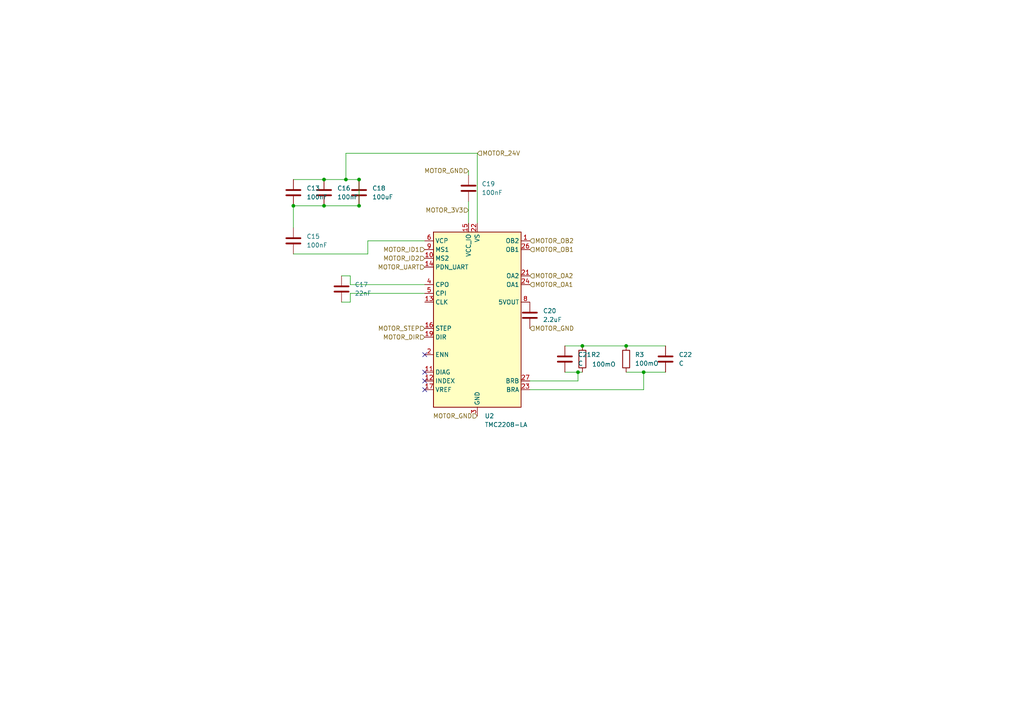
<source format=kicad_sch>
(kicad_sch (version 20250114) (generator "eeschema") (generator_version "9.0")
  (paper "A4")
  (lib_symbols
    (symbol "Device:C" (pin_numbers (hide yes)) (pin_names (offset 0.254))
      (property "Reference" "C" (at 0.635 2.54 0))
      (property "Value" "C" (at 0.635 -2.54 0))
      (symbol "C_0_1"
        (polyline (pts (xy -2.032 0.762) (xy 2.032 0.762)) (stroke (width 0.508)))
        (polyline (pts (xy -2.032 -0.762) (xy 2.032 -0.762)) (stroke (width 0.508)))
      )
      (symbol "C_1_1"
        (pin passive line (at 0 3.81 270) (length 2.794) (name "~") (number "1"))
        (pin passive line (at 0 -3.81 90) (length 2.794) (name "~") (number "2"))
      )
    )
    (symbol "Device:R" (pin_numbers (hide yes)) (pin_names (offset 0))
      (property "Reference" "R" (at 2.032 0 90))
      (property "Value" "R" (at 0 0 90))
      (symbol "R_0_1"
        (rectangle (start -1.016 -2.54) (end 1.016 2.54) (stroke (width 0.254)))
      )
      (symbol "R_1_1"
        (pin passive line (at 0 3.81 270) (length 1.27) (name "~") (number "1"))
        (pin passive line (at 0 -3.81 90) (length 1.27) (name "~") (number "2"))
      )
    )
    (symbol "Driver_Motor:TMC2208-LA"
      (property "Reference" "U" (at -12.7 -26.67 0))
      (property "Value" "TMC2208-LA" (at 7.62 -26.67 0))
      (symbol "TMC2208-LA_1_1"
        (rectangle (start -12.7 25.4) (end 12.7 -25.4) (stroke (width 0.254)) (fill (type background)))
        (pin passive line (at -15.24 22.86 0) (length 2.54) (name "VCP") (number "6"))
        (pin input line (at -15.24 20.32 0) (length 2.54) (name "MS1") (number "9"))
        (pin input line (at -15.24 17.78 0) (length 2.54) (name "MS2") (number "10"))
        (pin bidirectional line (at -15.24 15.24 0) (length 2.54) (name "PDN_UART") (number "14"))
        (pin passive line (at -15.24 10.16 0) (length 2.54) (name "CPO") (number "4"))
        (pin passive line (at -15.24 7.62 0) (length 2.54) (name "CPI") (number "5"))
        (pin input line (at -15.24 5.08 0) (length 2.54) (name "CLK") (number "13"))
        (pin input line (at -15.24 -2.54 0) (length 2.54) (name "STEP") (number "16"))
        (pin input line (at -15.24 -5.08 0) (length 2.54) (name "DIR") (number "19"))
        (pin input line (at -15.24 -10.16 0) (length 2.54) (name "ENN") (number "2"))
        (pin output line (at -15.24 -15.24 0) (length 2.54) (name "DIAG") (number "11"))
        (pin output line (at -15.24 -17.78 0) (length 2.54) (name "INDEX") (number "12"))
        (pin input line (at -15.24 -20.32 0) (length 2.54) (name "VREF") (number "17"))
        (pin power_in line (at -2.54 27.94 270) (length 2.54) (name "VCC_IO") (number "15"))
        (pin power_in line (at 0 27.94 270) (length 2.54) (name "VS") (number "22"))
        (pin passive line (at 0 27.94 270) (length 2.54) (hide yes) (name "VS") (number "28"))
        (pin passive line (at 0 -27.94 90) (length 2.54) (hide yes) (name "GND") (number "18"))
        (pin power_in line (at 0 -27.94 90) (length 2.54) (name "GND") (number "3"))
        (pin no_connect line (at 12.7 0 180) (length 2.54) (hide yes) (name "NC") (number "25"))
        (pin no_connect line (at 12.7 -2.54 180) (length 2.54) (hide yes) (name "NC") (number "20"))
        (pin no_connect line (at 12.7 -5.08 180) (length 2.54) (hide yes) (name "NC") (number "7"))
        (pin output line (at 15.24 22.86 180) (length 2.54) (name "OB2") (number "1"))
        (pin output line (at 15.24 20.32 180) (length 2.54) (name "OB1") (number "26"))
        (pin output line (at 15.24 12.7 180) (length 2.54) (name "OA2") (number "21"))
        (pin output line (at 15.24 10.16 180) (length 2.54) (name "OA1") (number "24"))
        (pin power_out line (at 15.24 5.08 180) (length 2.54) (name "5VOUT") (number "8"))
        (pin passive line (at 15.24 -17.78 180) (length 2.54) (name "BRB") (number "27"))
        (pin passive line (at 15.24 -20.32 180) (length 2.54) (name "BRA") (number "23"))
      )
    )
  )
  (junction (at 100.33 52.07))
  (junction (at 85.09 59.69))
  (junction (at 93.98 52.07))
  (junction (at 167.64 107.95))
  (junction (at 168.91 100.33))
  (junction (at 181.61 100.33))
  (junction (at 186.69 107.95))
  (junction (at 104.14 52.07))
  (junction (at 93.98 59.69))
  (junction (at 104.14 59.69))
  (no_connect (at 123.19 107.95))
  (no_connect (at 123.19 113.03))
  (no_connect (at 123.19 110.49))
  (no_connect (at 123.19 102.87))
  (wire (pts (xy 123.19 82.55) (xy 101.6 82.55)))
  (wire (pts (xy 100.33 52.07) (xy 100.33 44.45)))
  (wire (pts (xy 167.64 107.95) (xy 168.91 107.95)))
  (wire (pts (xy 93.98 59.69) (xy 104.14 59.69)))
  (wire (pts (xy 135.89 58.42) (xy 135.89 64.77)))
  (wire (pts (xy 163.83 100.33) (xy 168.91 100.33)))
  (wire (pts (xy 106.68 73.66) (xy 106.68 69.85)))
  (wire (pts (xy 167.64 107.95) (xy 167.64 110.49)))
  (wire (pts (xy 85.09 52.07) (xy 93.98 52.07)))
  (wire (pts (xy 181.61 107.95) (xy 186.69 107.95)))
  (wire (pts (xy 181.61 100.33) (xy 193.04 100.33)))
  (wire (pts (xy 186.69 113.03) (xy 186.69 107.95)))
  (wire (pts (xy 85.09 73.66) (xy 106.68 73.66)))
  (wire (pts (xy 85.09 59.69) (xy 85.09 66.04)))
  (wire (pts (xy 101.6 87.63) (xy 101.6 85.09)))
  (wire (pts (xy 104.14 52.07) (xy 104.14 59.69)))
  (wire (pts (xy 163.83 107.95) (xy 167.64 107.95)))
  (wire (pts (xy 101.6 85.09) (xy 123.19 85.09)))
  (wire (pts (xy 93.98 52.07) (xy 100.33 52.07)))
  (wire (pts (xy 100.33 44.45) (xy 138.43 44.45)))
  (wire (pts (xy 101.6 82.55) (xy 101.6 80.01)))
  (wire (pts (xy 100.33 52.07) (xy 104.14 52.07)))
  (wire (pts (xy 186.69 107.95) (xy 193.04 107.95)))
  (wire (pts (xy 168.91 100.33) (xy 181.61 100.33)))
  (wire (pts (xy 99.06 87.63) (xy 101.6 87.63)))
  (wire (pts (xy 167.64 110.49) (xy 153.67 110.49)))
  (wire (pts (xy 101.6 80.01) (xy 99.06 80.01)))
  (wire (pts (xy 135.89 49.53) (xy 135.89 50.8)))
  (wire (pts (xy 85.09 59.69) (xy 93.98 59.69)))
  (wire (pts (xy 153.67 113.03) (xy 186.69 113.03)))
  (wire (pts (xy 138.43 44.45) (xy 138.43 64.77)))
  (wire (pts (xy 106.68 69.85) (xy 123.19 69.85)))
  (hierarchical_label "MOTOR_ID1" (shape input) (at 123.19 72.39 180))
  (hierarchical_label "MOTOR_OB1" (shape input) (at 153.67 72.39 0))
  (hierarchical_label "MOTOR_GND" (shape input) (at 138.43 120.65 180))
  (hierarchical_label "MOTOR_3V3" (shape input) (at 135.89 60.96 180))
  (hierarchical_label "MOTOR_ID2" (shape input) (at 123.19 74.93 180))
  (hierarchical_label "MOTOR_OA1" (shape input) (at 153.67 82.55 0))
  (hierarchical_label "MOTOR_GND" (shape input) (at 153.67 95.25 0))
  (hierarchical_label "MOTOR_UART" (shape input) (at 123.19 77.47 180))
  (hierarchical_label "MOTOR_24V" (shape input) (at 138.43 44.45 0))
  (hierarchical_label "MOTOR_DIR" (shape input) (at 123.19 97.79 180))
  (hierarchical_label "MOTOR_OA2" (shape input) (at 153.67 80.01 0))
  (hierarchical_label "MOTOR_STEP" (shape input) (at 123.19 95.25 180))
  (hierarchical_label "MOTOR_OB2" (shape input) (at 153.67 69.85 0))
  (hierarchical_label "MOTOR_GND" (shape input) (at 135.89 49.53 180))
  (symbol (lib_id "Device:C") (at 153.67 91.44 0) (unit 1)
    (property "Reference" "C?" (at 157.48 90.1699 0) (effects (justify left)))
    (property "Value" "2.2uF" (at 157.48 92.7099 0) (effects (justify left)))
    (property "Description" "Unpolarized capacitor" (effects (hide yes)))
    (instances (project "A1K Board" (path "" (reference "C20") (unit 1)) (path "" (reference "C38") (unit 1)) (path "" (reference "C29") (unit 1)) (path "" (reference "C?") (unit 1))))
  )
  (symbol (lib_id "Device:C") (at 104.14 55.88 0) (unit 1)
    (property "Reference" "C5" (at 107.95 54.6099 0) (effects (justify left)))
    (property "Value" "100uF" (at 107.95 57.1499 0) (effects (justify left)))
    (property "Description" "Unpolarized capacitor" (effects (hide yes)))
    (instances (project "A1K Board" (path "" (reference "C18") (unit 1)) (path "" (reference "C36") (unit 1)) (path "" (reference "C27") (unit 1)) (path "" (reference "C5") (unit 1))))
  )
  (symbol (lib_id "Device:R") (at 168.91 104.14 0) (unit 1)
    (property "Reference" "R?" (at 171.45 102.8699 0) (effects (justify left)))
    (property "Value" "100mO" (at 171.704 105.664 0) (effects (justify left)))
    (property "Description" "Resistor" (effects (hide yes)))
    (instances (project "A1K Board" (path "" (reference "R2") (unit 1)) (path "" (reference "R6") (unit 1)) (path "" (reference "R4") (unit 1)) (path "" (reference "R?") (unit 1))))
  )
  (symbol (lib_id "Device:C") (at 93.98 55.88 0) (unit 1)
    (property "Reference" "C4" (at 97.79 54.6099 0) (effects (justify left)))
    (property "Value" "100nF" (at 97.79 57.1499 0) (effects (justify left)))
    (property "Description" "Unpolarized capacitor" (effects (hide yes)))
    (instances (project "A1K Board" (path "" (reference "C16") (unit 1)) (path "" (reference "C34") (unit 1)) (path "" (reference "C25") (unit 1)) (path "" (reference "C4") (unit 1))))
  )
  (symbol (lib_id "Driver_Motor:TMC2208-LA") (at 138.43 92.71 0) (unit 1)
    (property "Reference" "U?" (at 140.5733 120.65 0) (effects (justify left)))
    (property "Value" "TMC2208-LA" (at 140.5733 123.19 0) (effects (justify left)))
    (property "Footprint" "Package_DFN_QFN:TQFN-32-1EP_5x5mm_P0.5mm_EP3.4x3.4mm_ThermalVias" (effects (hide yes)))
    (property "Datasheet" "https://www.analog.com/media/en/technical-documentation/data-sheets/TMC2202_TMC2208_TMC2224_datasheet_rev1.13.pdf" (effects (hide yes)))
    (property "Description" "Standalone driver for two-phase bipolar stepper motor, 2A, 4.75… 36V, UART, internal FETs, QFN28" (effects (hide yes)))
    (instances (project "A1K Board" (path "" (reference "U2") (unit 1)) (path "" (reference "U5") (unit 1)) (path "" (reference "U4") (unit 1)) (path "" (reference "U?") (unit 1))))
  )
  (symbol (lib_id "Device:C") (at 163.83 104.14 0) (unit 1)
    (property "Reference" "C?" (at 167.64 102.8699 0) (effects (justify left)))
    (property "Value" "C" (at 167.64 105.4099 0) (effects (justify left)))
    (property "Description" "Unpolarized capacitor" (effects (hide yes)))
    (instances (project "A1K Board" (path "" (reference "C21") (unit 1)) (path "" (reference "C39") (unit 1)) (path "" (reference "C30") (unit 1)) (path "" (reference "C?") (unit 1))))
  )
  (symbol (lib_id "Device:C") (at 193.04 104.14 0) (unit 1)
    (property "Reference" "C?" (at 196.85 102.8699 0) (effects (justify left)))
    (property "Value" "C" (at 196.85 105.4099 0) (effects (justify left)))
    (property "Description" "Unpolarized capacitor" (effects (hide yes)))
    (instances (project "A1K Board" (path "" (reference "C22") (unit 1)) (path "" (reference "C40") (unit 1)) (path "" (reference "C31") (unit 1)) (path "" (reference "C?") (unit 1))))
  )
  (symbol (lib_id "Device:C") (at 135.89 54.61 0) (unit 1)
    (property "Reference" "C?" (at 139.7 53.3399 0) (effects (justify left)))
    (property "Value" "100nF" (at 139.7 55.8799 0) (effects (justify left)))
    (property "Description" "Unpolarized capacitor" (effects (hide yes)))
    (instances (project "A1K Board" (path "" (reference "C19") (unit 1)) (path "" (reference "C37") (unit 1)) (path "" (reference "C28") (unit 1)) (path "" (reference "C?") (unit 1))))
  )
  (symbol (lib_id "Device:C") (at 99.06 83.82 0) (unit 1)
    (property "Reference" "C?" (at 102.87 82.5499 0) (effects (justify left)))
    (property "Value" "22nF" (at 102.87 85.0899 0) (effects (justify left)))
    (property "Description" "Unpolarized capacitor" (effects (hide yes)))
    (instances (project "A1K Board" (path "" (reference "C17") (unit 1)) (path "" (reference "C35") (unit 1)) (path "" (reference "C26") (unit 1)) (path "" (reference "C?") (unit 1))))
  )
  (symbol (lib_id "Device:R") (at 181.61 104.14 0) (unit 1)
    (property "Reference" "R?" (at 184.15 102.8699 0) (effects (justify left)))
    (property "Value" "100mO" (at 184.15 105.4099 0) (effects (justify left)))
    (property "Description" "Resistor" (effects (hide yes)))
    (instances (project "A1K Board" (path "" (reference "R3") (unit 1)) (path "" (reference "R7") (unit 1)) (path "" (reference "R5") (unit 1)) (path "" (reference "R?") (unit 1))))
  )
  (symbol (lib_id "Device:C") (at 85.09 69.85 0) (unit 1)
    (property "Reference" "C6" (at 88.9 68.5799 0) (effects (justify left)))
    (property "Value" "100nF" (at 88.9 71.1199 0) (effects (justify left)))
    (property "Description" "Unpolarized capacitor" (effects (hide yes)))
    (instances (project "A1K Board" (path "" (reference "C15") (unit 1)) (path "" (reference "C33") (unit 1)) (path "" (reference "C24") (unit 1)) (path "" (reference "C6") (unit 1))))
  )
  (symbol (lib_id "Device:C") (at 85.09 55.88 0) (unit 1)
    (property "Reference" "C3" (at 88.9 54.6099 0) (effects (justify left)))
    (property "Value" "100nF" (at 88.9 57.1499 0) (effects (justify left)))
    (property "Description" "Unpolarized capacitor" (effects (hide yes)))
    (instances (project "A1K Board" (path "" (reference "C13") (unit 1)) (path "" (reference "C32") (unit 1)) (path "" (reference "C23") (unit 1)) (path "" (reference "C3") (unit 1))))
  )
)
</source>
